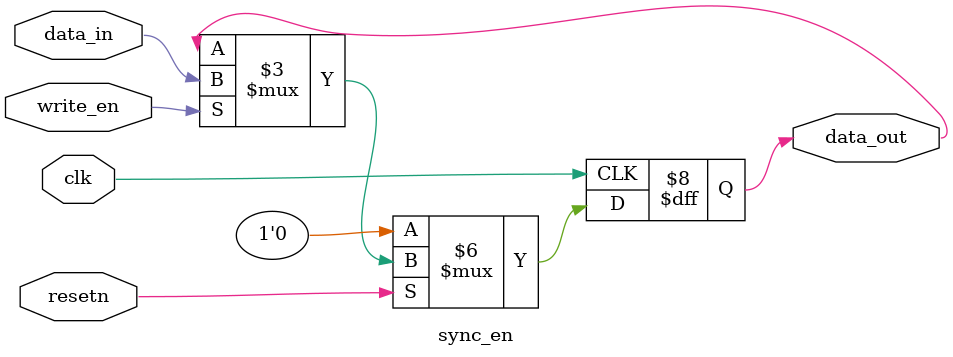
<source format=v>

module sync_en (
    input  wire        clk,
    input  wire        data_in,
    input  wire        resetn,
    input  wire        write_en,
    output reg         data_out
);

always @(posedge clk) begin
    if (~resetn) begin
        data_out <= 1'h0;
    end else if (write_en) begin
        data_out <= data_in;
    end
    // Implicit: else data_out <= data_out (hold current value)
end

endmodule
</source>
